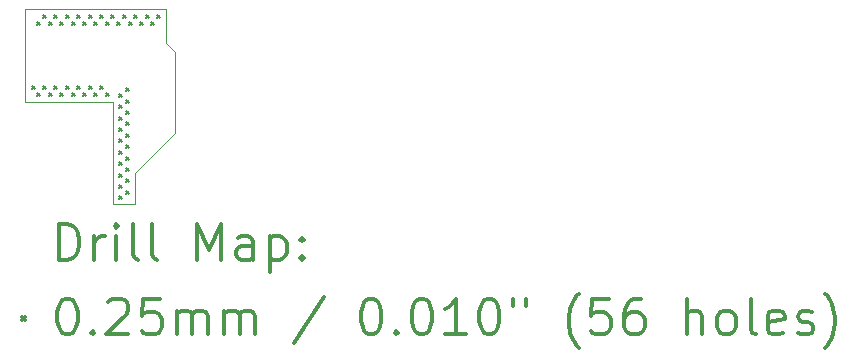
<source format=gbr>
%FSLAX45Y45*%
G04 Gerber Fmt 4.5, Leading zero omitted, Abs format (unit mm)*
G04 Created by KiCad (PCBNEW (5.1.0)-1) date 2019-09-18 15:22:57*
%MOMM*%
%LPD*%
G04 APERTURE LIST*
%ADD10C,0.050000*%
%ADD11C,0.200000*%
%ADD12C,0.300000*%
G04 APERTURE END LIST*
D10*
X2663038Y-2945260D02*
X3401924Y-2945260D01*
X2663038Y-2154300D02*
X2663038Y-2945260D01*
X3854679Y-2154300D02*
X2663038Y-2154300D01*
X3854679Y-2446020D02*
X3854679Y-2154300D01*
X3931679Y-2523020D02*
X3854679Y-2446020D01*
X3931679Y-3202940D02*
X3931679Y-2523020D01*
X3592884Y-3542030D02*
X3931679Y-3202940D01*
X3592884Y-3811305D02*
X3592884Y-3542030D01*
X3401924Y-3811305D02*
X3592884Y-3811305D01*
X3401924Y-2945260D02*
X3401924Y-3811305D01*
D11*
X2715338Y-2806600D02*
X2740738Y-2832000D01*
X2740738Y-2806600D02*
X2715338Y-2832000D01*
X2763598Y-2867560D02*
X2788998Y-2892960D01*
X2788998Y-2867560D02*
X2763598Y-2892960D01*
X2811858Y-2806600D02*
X2837258Y-2832000D01*
X2837258Y-2806600D02*
X2811858Y-2832000D01*
X2860118Y-2867560D02*
X2885518Y-2892960D01*
X2885518Y-2867560D02*
X2860118Y-2892960D01*
X2908378Y-2806600D02*
X2933778Y-2832000D01*
X2933778Y-2806600D02*
X2908378Y-2832000D01*
X2956638Y-2867560D02*
X2982038Y-2892960D01*
X2982038Y-2867560D02*
X2956638Y-2892960D01*
X3004898Y-2806600D02*
X3030298Y-2832000D01*
X3030298Y-2806600D02*
X3004898Y-2832000D01*
X3053158Y-2867560D02*
X3078558Y-2892960D01*
X3078558Y-2867560D02*
X3053158Y-2892960D01*
X3101418Y-2806600D02*
X3126818Y-2832000D01*
X3126818Y-2806600D02*
X3101418Y-2832000D01*
X3149677Y-2867560D02*
X3175077Y-2892960D01*
X3175077Y-2867560D02*
X3149677Y-2892960D01*
X3197937Y-2806600D02*
X3223337Y-2832000D01*
X3223337Y-2806600D02*
X3197937Y-2832000D01*
X3246197Y-2867560D02*
X3271597Y-2892960D01*
X3271597Y-2867560D02*
X3246197Y-2892960D01*
X3294457Y-2806600D02*
X3319857Y-2832000D01*
X3319857Y-2806600D02*
X3294457Y-2832000D01*
X3342717Y-2867560D02*
X3368117Y-2892960D01*
X3368117Y-2867560D02*
X3342717Y-2892960D01*
X3454224Y-2874926D02*
X3479624Y-2900326D01*
X3479624Y-2874926D02*
X3454224Y-2900326D01*
X3454224Y-2971446D02*
X3479624Y-2996846D01*
X3479624Y-2971446D02*
X3454224Y-2996846D01*
X3454224Y-3067966D02*
X3479624Y-3093366D01*
X3479624Y-3067966D02*
X3454224Y-3093366D01*
X3454224Y-3164486D02*
X3479624Y-3189886D01*
X3479624Y-3164486D02*
X3454224Y-3189886D01*
X3454224Y-3261005D02*
X3479624Y-3286405D01*
X3479624Y-3261005D02*
X3454224Y-3286405D01*
X3454224Y-3357525D02*
X3479624Y-3382925D01*
X3479624Y-3357525D02*
X3454224Y-3382925D01*
X3454224Y-3454045D02*
X3479624Y-3479445D01*
X3479624Y-3454045D02*
X3454224Y-3479445D01*
X3454224Y-3550565D02*
X3479624Y-3575965D01*
X3479624Y-3550565D02*
X3454224Y-3575965D01*
X3454224Y-3647085D02*
X3479624Y-3672485D01*
X3479624Y-3647085D02*
X3454224Y-3672485D01*
X3454224Y-3743605D02*
X3479624Y-3769005D01*
X3479624Y-3743605D02*
X3454224Y-3769005D01*
X3515184Y-2826666D02*
X3540584Y-2852066D01*
X3540584Y-2826666D02*
X3515184Y-2852066D01*
X3515184Y-2923186D02*
X3540584Y-2948586D01*
X3540584Y-2923186D02*
X3515184Y-2948586D01*
X3515184Y-3019706D02*
X3540584Y-3045106D01*
X3540584Y-3019706D02*
X3515184Y-3045106D01*
X3515184Y-3116226D02*
X3540584Y-3141626D01*
X3540584Y-3116226D02*
X3515184Y-3141626D01*
X3515184Y-3212746D02*
X3540584Y-3238146D01*
X3540584Y-3212746D02*
X3515184Y-3238146D01*
X3515184Y-3309265D02*
X3540584Y-3334665D01*
X3540584Y-3309265D02*
X3515184Y-3334665D01*
X3515184Y-3405785D02*
X3540584Y-3431185D01*
X3540584Y-3405785D02*
X3515184Y-3431185D01*
X3515184Y-3502305D02*
X3540584Y-3527705D01*
X3540584Y-3502305D02*
X3515184Y-3527705D01*
X3515184Y-3598825D02*
X3540584Y-3624225D01*
X3540584Y-3598825D02*
X3515184Y-3624225D01*
X3515184Y-3695345D02*
X3540584Y-3720745D01*
X3540584Y-3695345D02*
X3515184Y-3720745D01*
X2763520Y-2267560D02*
X2788920Y-2292960D01*
X2788920Y-2267560D02*
X2763520Y-2292960D01*
X2811780Y-2206600D02*
X2837180Y-2232000D01*
X2837180Y-2206600D02*
X2811780Y-2232000D01*
X2860040Y-2267560D02*
X2885440Y-2292960D01*
X2885440Y-2267560D02*
X2860040Y-2292960D01*
X2908300Y-2206600D02*
X2933700Y-2232000D01*
X2933700Y-2206600D02*
X2908300Y-2232000D01*
X2956560Y-2267560D02*
X2981960Y-2292960D01*
X2981960Y-2267560D02*
X2956560Y-2292960D01*
X3004820Y-2206600D02*
X3030220Y-2232000D01*
X3030220Y-2206600D02*
X3004820Y-2232000D01*
X3053080Y-2267560D02*
X3078480Y-2292960D01*
X3078480Y-2267560D02*
X3053080Y-2292960D01*
X3101340Y-2206600D02*
X3126740Y-2232000D01*
X3126740Y-2206600D02*
X3101340Y-2232000D01*
X3149600Y-2267560D02*
X3175000Y-2292960D01*
X3175000Y-2267560D02*
X3149600Y-2292960D01*
X3197860Y-2206600D02*
X3223260Y-2232000D01*
X3223260Y-2206600D02*
X3197860Y-2232000D01*
X3246120Y-2267560D02*
X3271520Y-2292960D01*
X3271520Y-2267560D02*
X3246120Y-2292960D01*
X3294380Y-2206600D02*
X3319780Y-2232000D01*
X3319780Y-2206600D02*
X3294380Y-2232000D01*
X3342640Y-2267560D02*
X3368040Y-2292960D01*
X3368040Y-2267560D02*
X3342640Y-2292960D01*
X3390900Y-2206600D02*
X3416300Y-2232000D01*
X3416300Y-2206600D02*
X3390900Y-2232000D01*
X3439160Y-2267560D02*
X3464560Y-2292960D01*
X3464560Y-2267560D02*
X3439160Y-2292960D01*
X3487420Y-2206600D02*
X3512820Y-2232000D01*
X3512820Y-2206600D02*
X3487420Y-2232000D01*
X3535680Y-2267560D02*
X3561080Y-2292960D01*
X3561080Y-2267560D02*
X3535680Y-2292960D01*
X3583939Y-2206600D02*
X3609339Y-2232000D01*
X3609339Y-2206600D02*
X3583939Y-2232000D01*
X3632199Y-2267560D02*
X3657599Y-2292960D01*
X3657599Y-2267560D02*
X3632199Y-2292960D01*
X3680459Y-2206600D02*
X3705859Y-2232000D01*
X3705859Y-2206600D02*
X3680459Y-2232000D01*
X3728719Y-2267560D02*
X3754119Y-2292960D01*
X3754119Y-2267560D02*
X3728719Y-2292960D01*
X3776979Y-2206600D02*
X3802379Y-2232000D01*
X3802379Y-2206600D02*
X3776979Y-2232000D01*
D12*
X2946966Y-4279519D02*
X2946966Y-3979519D01*
X3018395Y-3979519D01*
X3061252Y-3993805D01*
X3089824Y-4022376D01*
X3104109Y-4050948D01*
X3118395Y-4108091D01*
X3118395Y-4150948D01*
X3104109Y-4208091D01*
X3089824Y-4236662D01*
X3061252Y-4265234D01*
X3018395Y-4279519D01*
X2946966Y-4279519D01*
X3246966Y-4279519D02*
X3246966Y-4079519D01*
X3246966Y-4136662D02*
X3261252Y-4108091D01*
X3275538Y-4093805D01*
X3304109Y-4079519D01*
X3332681Y-4079519D01*
X3432681Y-4279519D02*
X3432681Y-4079519D01*
X3432681Y-3979519D02*
X3418395Y-3993805D01*
X3432681Y-4008091D01*
X3446966Y-3993805D01*
X3432681Y-3979519D01*
X3432681Y-4008091D01*
X3618395Y-4279519D02*
X3589824Y-4265234D01*
X3575538Y-4236662D01*
X3575538Y-3979519D01*
X3775538Y-4279519D02*
X3746966Y-4265234D01*
X3732681Y-4236662D01*
X3732681Y-3979519D01*
X4118395Y-4279519D02*
X4118395Y-3979519D01*
X4218395Y-4193805D01*
X4318395Y-3979519D01*
X4318395Y-4279519D01*
X4589824Y-4279519D02*
X4589824Y-4122376D01*
X4575538Y-4093805D01*
X4546966Y-4079519D01*
X4489824Y-4079519D01*
X4461252Y-4093805D01*
X4589824Y-4265234D02*
X4561252Y-4279519D01*
X4489824Y-4279519D01*
X4461252Y-4265234D01*
X4446966Y-4236662D01*
X4446966Y-4208091D01*
X4461252Y-4179519D01*
X4489824Y-4165234D01*
X4561252Y-4165234D01*
X4589824Y-4150948D01*
X4732681Y-4079519D02*
X4732681Y-4379519D01*
X4732681Y-4093805D02*
X4761252Y-4079519D01*
X4818395Y-4079519D01*
X4846966Y-4093805D01*
X4861252Y-4108091D01*
X4875538Y-4136662D01*
X4875538Y-4222377D01*
X4861252Y-4250948D01*
X4846966Y-4265234D01*
X4818395Y-4279519D01*
X4761252Y-4279519D01*
X4732681Y-4265234D01*
X5004109Y-4250948D02*
X5018395Y-4265234D01*
X5004109Y-4279519D01*
X4989824Y-4265234D01*
X5004109Y-4250948D01*
X5004109Y-4279519D01*
X5004109Y-4093805D02*
X5018395Y-4108091D01*
X5004109Y-4122376D01*
X4989824Y-4108091D01*
X5004109Y-4093805D01*
X5004109Y-4122376D01*
X2635138Y-4761105D02*
X2660538Y-4786505D01*
X2660538Y-4761105D02*
X2635138Y-4786505D01*
X3004109Y-4609519D02*
X3032681Y-4609519D01*
X3061252Y-4623805D01*
X3075538Y-4638091D01*
X3089824Y-4666662D01*
X3104109Y-4723805D01*
X3104109Y-4795234D01*
X3089824Y-4852377D01*
X3075538Y-4880948D01*
X3061252Y-4895234D01*
X3032681Y-4909519D01*
X3004109Y-4909519D01*
X2975538Y-4895234D01*
X2961252Y-4880948D01*
X2946966Y-4852377D01*
X2932681Y-4795234D01*
X2932681Y-4723805D01*
X2946966Y-4666662D01*
X2961252Y-4638091D01*
X2975538Y-4623805D01*
X3004109Y-4609519D01*
X3232681Y-4880948D02*
X3246966Y-4895234D01*
X3232681Y-4909519D01*
X3218395Y-4895234D01*
X3232681Y-4880948D01*
X3232681Y-4909519D01*
X3361252Y-4638091D02*
X3375538Y-4623805D01*
X3404109Y-4609519D01*
X3475538Y-4609519D01*
X3504109Y-4623805D01*
X3518395Y-4638091D01*
X3532681Y-4666662D01*
X3532681Y-4695234D01*
X3518395Y-4738091D01*
X3346966Y-4909519D01*
X3532681Y-4909519D01*
X3804109Y-4609519D02*
X3661252Y-4609519D01*
X3646966Y-4752377D01*
X3661252Y-4738091D01*
X3689824Y-4723805D01*
X3761252Y-4723805D01*
X3789824Y-4738091D01*
X3804109Y-4752377D01*
X3818395Y-4780948D01*
X3818395Y-4852377D01*
X3804109Y-4880948D01*
X3789824Y-4895234D01*
X3761252Y-4909519D01*
X3689824Y-4909519D01*
X3661252Y-4895234D01*
X3646966Y-4880948D01*
X3946966Y-4909519D02*
X3946966Y-4709519D01*
X3946966Y-4738091D02*
X3961252Y-4723805D01*
X3989824Y-4709519D01*
X4032681Y-4709519D01*
X4061252Y-4723805D01*
X4075538Y-4752377D01*
X4075538Y-4909519D01*
X4075538Y-4752377D02*
X4089824Y-4723805D01*
X4118395Y-4709519D01*
X4161252Y-4709519D01*
X4189824Y-4723805D01*
X4204109Y-4752377D01*
X4204109Y-4909519D01*
X4346966Y-4909519D02*
X4346966Y-4709519D01*
X4346966Y-4738091D02*
X4361252Y-4723805D01*
X4389824Y-4709519D01*
X4432681Y-4709519D01*
X4461252Y-4723805D01*
X4475538Y-4752377D01*
X4475538Y-4909519D01*
X4475538Y-4752377D02*
X4489824Y-4723805D01*
X4518395Y-4709519D01*
X4561252Y-4709519D01*
X4589824Y-4723805D01*
X4604109Y-4752377D01*
X4604109Y-4909519D01*
X5189824Y-4595234D02*
X4932681Y-4980948D01*
X5575538Y-4609519D02*
X5604109Y-4609519D01*
X5632681Y-4623805D01*
X5646966Y-4638091D01*
X5661252Y-4666662D01*
X5675538Y-4723805D01*
X5675538Y-4795234D01*
X5661252Y-4852377D01*
X5646966Y-4880948D01*
X5632681Y-4895234D01*
X5604109Y-4909519D01*
X5575538Y-4909519D01*
X5546966Y-4895234D01*
X5532681Y-4880948D01*
X5518395Y-4852377D01*
X5504109Y-4795234D01*
X5504109Y-4723805D01*
X5518395Y-4666662D01*
X5532681Y-4638091D01*
X5546966Y-4623805D01*
X5575538Y-4609519D01*
X5804109Y-4880948D02*
X5818395Y-4895234D01*
X5804109Y-4909519D01*
X5789824Y-4895234D01*
X5804109Y-4880948D01*
X5804109Y-4909519D01*
X6004109Y-4609519D02*
X6032681Y-4609519D01*
X6061252Y-4623805D01*
X6075538Y-4638091D01*
X6089824Y-4666662D01*
X6104109Y-4723805D01*
X6104109Y-4795234D01*
X6089824Y-4852377D01*
X6075538Y-4880948D01*
X6061252Y-4895234D01*
X6032681Y-4909519D01*
X6004109Y-4909519D01*
X5975538Y-4895234D01*
X5961252Y-4880948D01*
X5946966Y-4852377D01*
X5932681Y-4795234D01*
X5932681Y-4723805D01*
X5946966Y-4666662D01*
X5961252Y-4638091D01*
X5975538Y-4623805D01*
X6004109Y-4609519D01*
X6389824Y-4909519D02*
X6218395Y-4909519D01*
X6304109Y-4909519D02*
X6304109Y-4609519D01*
X6275538Y-4652377D01*
X6246966Y-4680948D01*
X6218395Y-4695234D01*
X6575538Y-4609519D02*
X6604109Y-4609519D01*
X6632681Y-4623805D01*
X6646966Y-4638091D01*
X6661252Y-4666662D01*
X6675538Y-4723805D01*
X6675538Y-4795234D01*
X6661252Y-4852377D01*
X6646966Y-4880948D01*
X6632681Y-4895234D01*
X6604109Y-4909519D01*
X6575538Y-4909519D01*
X6546966Y-4895234D01*
X6532681Y-4880948D01*
X6518395Y-4852377D01*
X6504109Y-4795234D01*
X6504109Y-4723805D01*
X6518395Y-4666662D01*
X6532681Y-4638091D01*
X6546966Y-4623805D01*
X6575538Y-4609519D01*
X6789824Y-4609519D02*
X6789824Y-4666662D01*
X6904109Y-4609519D02*
X6904109Y-4666662D01*
X7346966Y-5023805D02*
X7332681Y-5009519D01*
X7304109Y-4966662D01*
X7289824Y-4938091D01*
X7275538Y-4895234D01*
X7261252Y-4823805D01*
X7261252Y-4766662D01*
X7275538Y-4695234D01*
X7289824Y-4652377D01*
X7304109Y-4623805D01*
X7332681Y-4580948D01*
X7346966Y-4566662D01*
X7604109Y-4609519D02*
X7461252Y-4609519D01*
X7446966Y-4752377D01*
X7461252Y-4738091D01*
X7489824Y-4723805D01*
X7561252Y-4723805D01*
X7589824Y-4738091D01*
X7604109Y-4752377D01*
X7618395Y-4780948D01*
X7618395Y-4852377D01*
X7604109Y-4880948D01*
X7589824Y-4895234D01*
X7561252Y-4909519D01*
X7489824Y-4909519D01*
X7461252Y-4895234D01*
X7446966Y-4880948D01*
X7875538Y-4609519D02*
X7818395Y-4609519D01*
X7789824Y-4623805D01*
X7775538Y-4638091D01*
X7746966Y-4680948D01*
X7732681Y-4738091D01*
X7732681Y-4852377D01*
X7746966Y-4880948D01*
X7761252Y-4895234D01*
X7789824Y-4909519D01*
X7846966Y-4909519D01*
X7875538Y-4895234D01*
X7889824Y-4880948D01*
X7904109Y-4852377D01*
X7904109Y-4780948D01*
X7889824Y-4752377D01*
X7875538Y-4738091D01*
X7846966Y-4723805D01*
X7789824Y-4723805D01*
X7761252Y-4738091D01*
X7746966Y-4752377D01*
X7732681Y-4780948D01*
X8261252Y-4909519D02*
X8261252Y-4609519D01*
X8389824Y-4909519D02*
X8389824Y-4752377D01*
X8375538Y-4723805D01*
X8346966Y-4709519D01*
X8304109Y-4709519D01*
X8275538Y-4723805D01*
X8261252Y-4738091D01*
X8575538Y-4909519D02*
X8546966Y-4895234D01*
X8532681Y-4880948D01*
X8518395Y-4852377D01*
X8518395Y-4766662D01*
X8532681Y-4738091D01*
X8546966Y-4723805D01*
X8575538Y-4709519D01*
X8618395Y-4709519D01*
X8646966Y-4723805D01*
X8661252Y-4738091D01*
X8675538Y-4766662D01*
X8675538Y-4852377D01*
X8661252Y-4880948D01*
X8646966Y-4895234D01*
X8618395Y-4909519D01*
X8575538Y-4909519D01*
X8846966Y-4909519D02*
X8818395Y-4895234D01*
X8804109Y-4866662D01*
X8804109Y-4609519D01*
X9075538Y-4895234D02*
X9046966Y-4909519D01*
X8989824Y-4909519D01*
X8961252Y-4895234D01*
X8946966Y-4866662D01*
X8946966Y-4752377D01*
X8961252Y-4723805D01*
X8989824Y-4709519D01*
X9046966Y-4709519D01*
X9075538Y-4723805D01*
X9089824Y-4752377D01*
X9089824Y-4780948D01*
X8946966Y-4809519D01*
X9204109Y-4895234D02*
X9232681Y-4909519D01*
X9289824Y-4909519D01*
X9318395Y-4895234D01*
X9332681Y-4866662D01*
X9332681Y-4852377D01*
X9318395Y-4823805D01*
X9289824Y-4809519D01*
X9246966Y-4809519D01*
X9218395Y-4795234D01*
X9204109Y-4766662D01*
X9204109Y-4752377D01*
X9218395Y-4723805D01*
X9246966Y-4709519D01*
X9289824Y-4709519D01*
X9318395Y-4723805D01*
X9432681Y-5023805D02*
X9446966Y-5009519D01*
X9475538Y-4966662D01*
X9489824Y-4938091D01*
X9504109Y-4895234D01*
X9518395Y-4823805D01*
X9518395Y-4766662D01*
X9504109Y-4695234D01*
X9489824Y-4652377D01*
X9475538Y-4623805D01*
X9446966Y-4580948D01*
X9432681Y-4566662D01*
M02*

</source>
